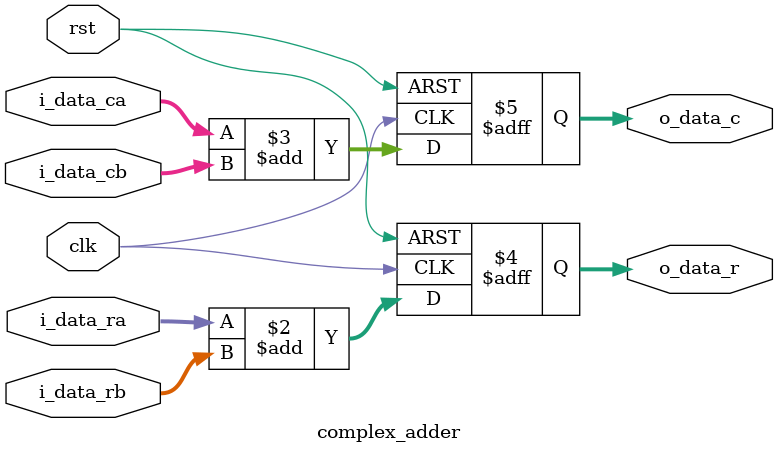
<source format=v>
`timescale 1ns / 1ps
module complex_adder(
	input wire clk,
	input wire rst,
	input wire [15:0] i_data_ra, //twiddle factor
	input wire [15:0] i_data_ca, //twiddle factor
	input wire [15:0] i_data_rb,
	input wire [15:0] i_data_cb,
	output reg [15:0] o_data_r,
	output reg [15:0] o_data_c
    );
	
	always @ (posedge clk, posedge rst)
		if(rst) begin
			o_data_r <= 0;
			o_data_c <= 0;
		end
		else begin
			o_data_r <= i_data_ra + i_data_rb;
			o_data_c <= i_data_ca + i_data_cb;
		end


endmodule

</source>
